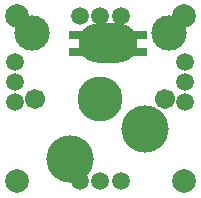
<source format=gbr>
%TF.GenerationSoftware,KiCad,Pcbnew,7.0.2*%
%TF.CreationDate,2023-05-08T22:38:25+02:00*%
%TF.ProjectId,verasity_PCB,76657261-7369-4747-995f-5043422e6b69,rev?*%
%TF.SameCoordinates,Original*%
%TF.FileFunction,Soldermask,Top*%
%TF.FilePolarity,Negative*%
%FSLAX46Y46*%
G04 Gerber Fmt 4.6, Leading zero omitted, Abs format (unit mm)*
G04 Created by KiCad (PCBNEW 7.0.2) date 2023-05-08 22:38:25*
%MOMM*%
%LPD*%
G01*
G04 APERTURE LIST*
%ADD10C,1.500000*%
%ADD11C,2.000000*%
%ADD12C,3.000000*%
%ADD13C,1.701800*%
%ADD14C,4.000000*%
%ADD15R,1.400000X0.800000*%
%ADD16C,3.800000*%
%ADD17O,5.000000X3.350000*%
%ADD18C,3.300000*%
G04 APERTURE END LIST*
D10*
%TO.C,REF\u002A\u002A*%
X34293750Y-94230000D03*
D11*
X34393750Y-100980000D03*
D12*
X35693750Y-88430000D03*
D13*
X35993750Y-93980000D03*
D14*
X38953750Y-99060000D03*
D15*
X39543750Y-88555000D03*
X39543750Y-90005000D03*
D10*
X39793750Y-86980000D03*
X39793750Y-100980000D03*
X41493750Y-86980000D03*
D16*
X41493750Y-93980000D03*
D10*
X41493750Y-100980000D03*
D17*
X42133750Y-89282000D03*
D18*
X42143750Y-89280000D03*
D10*
X43193750Y-86980000D03*
X43193750Y-100980000D03*
D15*
X44743750Y-88555000D03*
X44743750Y-90005000D03*
D14*
X45303750Y-96520000D03*
D13*
X46993750Y-93980000D03*
D12*
X47293750Y-88430000D03*
D11*
X48593750Y-100980000D03*
D10*
X48693750Y-94230000D03*
D11*
X34393750Y-86980000D03*
X48593750Y-86980000D03*
D10*
X48693750Y-90830000D03*
X34293750Y-90830000D03*
X34293750Y-92530000D03*
X48693750Y-92530000D03*
%TD*%
M02*

</source>
